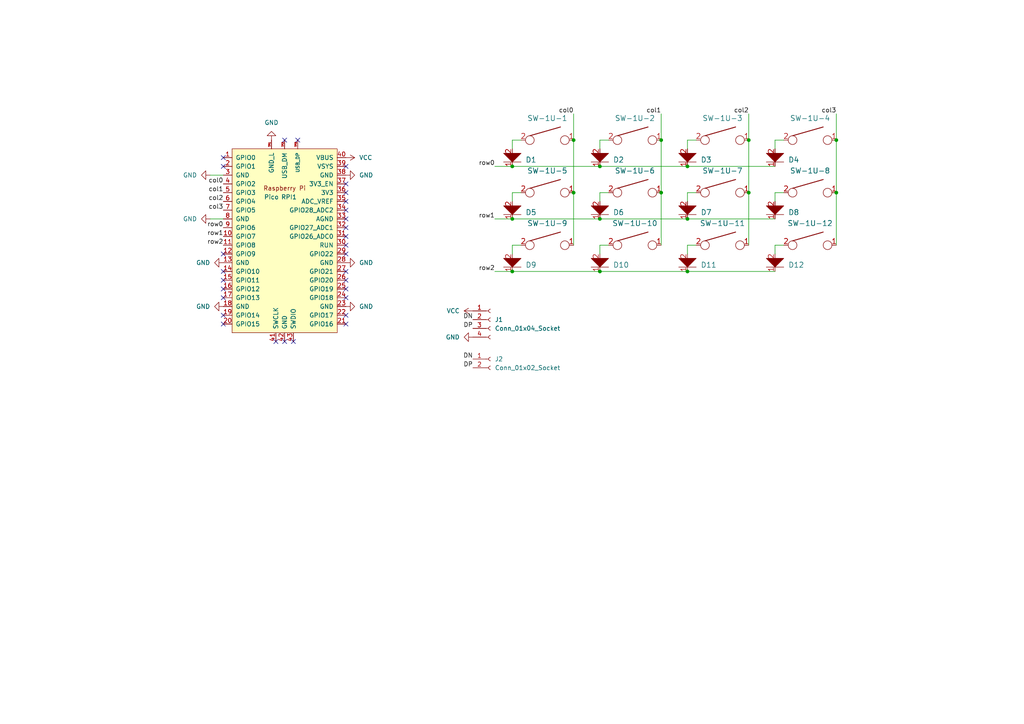
<source format=kicad_sch>
(kicad_sch (version 20230121) (generator eeschema)
  (paper "A4")
  (lib_symbols
    (symbol "Connector:Conn_01x02_Socket" (pin_names (offset 1.016) hide)
      (property "Reference" "J" (at 0 2.54 0))
      (property "Value" "Conn_01x02_Socket" (at 0 -5.08 0))
      (symbol "Conn_01x02_Socket_1_1"
        (arc (start 0 -2.032) (mid -0.5058 -2.54) (end 0 -3.048) (stroke (width 0.1524)))
        (polyline (pts (xy -1.27 -2.54) (xy -0.508 -2.54)) (stroke (width 0.1524)))
        (polyline (pts (xy -1.27 0) (xy -0.508 0)) (stroke (width 0.1524)))
        (arc (start 0 0.508) (mid -0.5058 0) (end 0 -0.508) (stroke (width 0.1524)))
        (pin passive line (at -5.08 0 0) (length 3.81) (name "Pin_1") (number "1"))
        (pin passive line (at -5.08 -2.54 0) (length 3.81) (name "Pin_2") (number "2"))
      )
    )
    (symbol "Connector:Conn_01x04_Socket" (pin_names (offset 1.016) hide)
      (property "Reference" "J" (at 0 5.08 0))
      (property "Value" "Conn_01x04_Socket" (at 0 -7.62 0))
      (symbol "Conn_01x04_Socket_1_1"
        (arc (start 0 -4.572) (mid -0.5058 -5.08) (end 0 -5.588) (stroke (width 0.1524)))
        (arc (start 0 -2.032) (mid -0.5058 -2.54) (end 0 -3.048) (stroke (width 0.1524)))
        (polyline (pts (xy -1.27 -5.08) (xy -0.508 -5.08)) (stroke (width 0.1524)))
        (polyline (pts (xy -1.27 -2.54) (xy -0.508 -2.54)) (stroke (width 0.1524)))
        (polyline (pts (xy -1.27 0) (xy -0.508 0)) (stroke (width 0.1524)))
        (polyline (pts (xy -1.27 2.54) (xy -0.508 2.54)) (stroke (width 0.1524)))
        (arc (start 0 0.508) (mid -0.5058 0) (end 0 -0.508) (stroke (width 0.1524)))
        (arc (start 0 3.048) (mid -0.5058 2.54) (end 0 2.032) (stroke (width 0.1524)))
        (pin passive line (at -5.08 2.54 0) (length 3.81) (name "Pin_1") (number "1"))
        (pin passive line (at -5.08 0 0) (length 3.81) (name "Pin_2") (number "2"))
        (pin passive line (at -5.08 -2.54 0) (length 3.81) (name "Pin_3") (number "3"))
        (pin passive line (at -5.08 -5.08 0) (length 3.81) (name "Pin_4") (number "4"))
      )
    )
    (symbol "MCU_RaspberryPi_and_Boards:Pico" (pin_names (offset 1.016))
      (property "Reference" "U" (at -13.97 27.94 0))
      (property "Value" "MCU_RaspberryPi_and_Boards_Pico" (at 0 12.7 0))
      (symbol "Pico_0_0"
        (text "Raspberry Pi" (at 0 15.24 0) (effects (font (size 1.27 1.27))))
      )
      (symbol "Pico_0_1"
        (rectangle (start -15.24 26.67) (end 15.24 -26.67) (fill (type background)))
      )
      (symbol "Pico_1_1"
        (pin bidirectional line (at -17.78 24.13 0) (length 2.54) (name "GPIO0") (number "1"))
        (pin bidirectional line (at -17.78 1.27 0) (length 2.54) (name "GPIO7") (number "10"))
        (pin bidirectional line (at -17.78 -1.27 0) (length 2.54) (name "GPIO8") (number "11"))
        (pin bidirectional line (at -17.78 -3.81 0) (length 2.54) (name "GPIO9") (number "12"))
        (pin power_in line (at -17.78 -6.35 0) (length 2.54) (name "GND") (number "13"))
        (pin bidirectional line (at -17.78 -8.89 0) (length 2.54) (name "GPIO10") (number "14"))
        (pin bidirectional line (at -17.78 -11.43 0) (length 2.54) (name "GPIO11") (number "15"))
        (pin bidirectional line (at -17.78 -13.97 0) (length 2.54) (name "GPIO12") (number "16"))
        (pin bidirectional line (at -17.78 -16.51 0) (length 2.54) (name "GPIO13") (number "17"))
        (pin power_in line (at -17.78 -19.05 0) (length 2.54) (name "GND") (number "18"))
        (pin bidirectional line (at -17.78 -21.59 0) (length 2.54) (name "GPIO14") (number "19"))
        (pin bidirectional line (at -17.78 21.59 0) (length 2.54) (name "GPIO1") (number "2"))
        (pin bidirectional line (at -17.78 -24.13 0) (length 2.54) (name "GPIO15") (number "20"))
        (pin bidirectional line (at 17.78 -24.13 180) (length 2.54) (name "GPIO16") (number "21"))
        (pin bidirectional line (at 17.78 -21.59 180) (length 2.54) (name "GPIO17") (number "22"))
        (pin power_in line (at 17.78 -19.05 180) (length 2.54) (name "GND") (number "23"))
        (pin bidirectional line (at 17.78 -16.51 180) (length 2.54) (name "GPIO18") (number "24"))
        (pin bidirectional line (at 17.78 -13.97 180) (length 2.54) (name "GPIO19") (number "25"))
        (pin bidirectional line (at 17.78 -11.43 180) (length 2.54) (name "GPIO20") (number "26"))
        (pin bidirectional line (at 17.78 -8.89 180) (length 2.54) (name "GPIO21") (number "27"))
        (pin power_in line (at 17.78 -6.35 180) (length 2.54) (name "GND") (number "28"))
        (pin bidirectional line (at 17.78 -3.81 180) (length 2.54) (name "GPIO22") (number "29"))
        (pin power_in line (at -17.78 19.05 0) (length 2.54) (name "GND") (number "3"))
        (pin input line (at 17.78 -1.27 180) (length 2.54) (name "RUN") (number "30"))
        (pin bidirectional line (at 17.78 1.27 180) (length 2.54) (name "GPIO26_ADC0") (number "31"))
        (pin bidirectional line (at 17.78 3.81 180) (length 2.54) (name "GPIO27_ADC1") (number "32"))
        (pin power_in line (at 17.78 6.35 180) (length 2.54) (name "AGND") (number "33"))
        (pin bidirectional line (at 17.78 8.89 180) (length 2.54) (name "GPIO28_ADC2") (number "34"))
        (pin unspecified line (at 17.78 11.43 180) (length 2.54) (name "ADC_VREF") (number "35"))
        (pin unspecified line (at 17.78 13.97 180) (length 2.54) (name "3V3") (number "36"))
        (pin input line (at 17.78 16.51 180) (length 2.54) (name "3V3_EN") (number "37"))
        (pin bidirectional line (at 17.78 19.05 180) (length 2.54) (name "GND") (number "38"))
        (pin unspecified line (at 17.78 21.59 180) (length 2.54) (name "VSYS") (number "39"))
        (pin bidirectional line (at -17.78 16.51 0) (length 2.54) (name "GPIO2") (number "4"))
        (pin unspecified line (at 17.78 24.13 180) (length 2.54) (name "VBUS") (number "40"))
        (pin input line (at -2.54 -29.21 90) (length 2.54) (name "SWCLK") (number "41"))
        (pin power_in line (at 0 -29.21 90) (length 2.54) (name "GND") (number "42"))
        (pin bidirectional line (at 2.54 -29.21 90) (length 2.54) (name "SWDIO") (number "43"))
        (pin bidirectional line (at -17.78 13.97 0) (length 2.54) (name "GPIO3") (number "5"))
        (pin bidirectional line (at -17.78 11.43 0) (length 2.54) (name "GPIO4") (number "6"))
        (pin bidirectional line (at -17.78 8.89 0) (length 2.54) (name "GPIO5") (number "7"))
        (pin power_in line (at -17.78 6.35 0) (length 2.54) (name "GND") (number "8"))
        (pin bidirectional line (at -17.78 3.81 0) (length 2.54) (name "GPIO6") (number "9"))
        (pin bidirectional line (at -3.81 29.21 270) (length 2.54) (name "GND_L") (number "TP1"))
        (pin bidirectional line (at 0 29.21 270) (length 2.54) (name "USB_DM") (number "TP2"))
        (pin bidirectional line (at 3.81 29.21 270) (length 2.54) (name "USB_DP") (number "TP3"))
      )
    )
    (symbol "keyboard_parts:D" (pin_names (offset 1.016))
      (property "Reference" "D" (at -3.81 -1.27 90))
      (symbol "D_0_1"
        (polyline (pts (xy -2.54 0) (xy 2.54 0)))
        (polyline (pts (xy 0 0) (xy -2.54 -2.54) (xy 2.54 -2.54) (xy 0 0)) (fill (type outline)))
      )
      (symbol "D_1_1"
        (pin passive line (at 0 1.27 270) (length 1.27) (name "~") (number "1"))
        (pin passive line (at 0 -3.81 90) (length 1.27) (name "~") (number "2"))
      )
    )
    (symbol "keyboard_parts:KEYSW" (pin_names (offset 1.016))
      (property "Reference" "K?" (at -1.27 0 0))
      (symbol "KEYSW_0_1"
        (circle (center -5.08 0) (radius 1.27))
        (polyline (pts (xy -5.08 1.27) (xy 3.81 3.81)) (stroke (width 0.254)))
        (circle (center 5.08 0) (radius 1.27))
      )
      (symbol "KEYSW_1_1"
        (pin passive line (at 7.62 0 180) (length 1.27) (name "~") (number "1"))
        (pin passive line (at -7.62 0 0) (length 1.27) (name "~") (number "2"))
      )
    )
    (symbol "power:GND" (power) (pin_names (offset 0))
      (property "Value" "GND" (at 0 -3.81 0))
      (symbol "GND_0_1"
        (polyline (pts (xy 0 0) (xy 0 -1.27) (xy 1.27 -1.27) (xy 0 -2.54) (xy -1.27 -1.27) (xy 0 -1.27)))
      )
      (symbol "GND_1_1"
        (pin power_in line (at 0 0 270) (length 0) hide (name "GND") (number "1"))
      )
    )
    (symbol "power:VCC" (power) (pin_names (offset 0))
      (property "Value" "VCC" (at 0 3.81 0))
      (symbol "VCC_0_1"
        (polyline (pts (xy -0.762 1.27) (xy 0 2.54)))
        (polyline (pts (xy 0 0) (xy 0 2.54)))
        (polyline (pts (xy 0 2.54) (xy 0.762 1.27)))
      )
      (symbol "VCC_1_1"
        (pin power_in line (at 0 0 90) (length 0) hide (name "VCC") (number "1"))
      )
    )
  )
  (junction (at 242.57 55.88))
  (junction (at 148.59 48.26))
  (junction (at 199.39 48.26))
  (junction (at 199.39 78.74))
  (junction (at 166.37 55.88))
  (junction (at 173.99 48.26))
  (junction (at 191.77 40.64))
  (junction (at 173.99 63.5))
  (junction (at 199.39 63.5))
  (junction (at 191.77 55.88))
  (junction (at 148.59 63.5))
  (junction (at 173.99 78.74))
  (junction (at 166.37 40.64))
  (junction (at 217.17 40.64))
  (junction (at 148.59 78.74))
  (junction (at 242.57 40.64))
  (junction (at 217.17 55.88))
  (no_connect (at 100.33 81.28))
  (no_connect (at 100.33 68.58))
  (no_connect (at 85.09 99.06))
  (no_connect (at 100.33 58.42))
  (no_connect (at 100.33 86.36))
  (no_connect (at 100.33 48.26))
  (no_connect (at 100.33 73.66))
  (no_connect (at 100.33 71.12))
  (no_connect (at 100.33 66.04))
  (no_connect (at 82.55 99.06))
  (no_connect (at 64.77 83.82))
  (no_connect (at 100.33 78.74))
  (no_connect (at 100.33 53.34))
  (no_connect (at 100.33 60.96))
  (no_connect (at 100.33 55.88))
  (no_connect (at 64.77 86.36))
  (no_connect (at 64.77 73.66))
  (no_connect (at 100.33 63.5))
  (no_connect (at 64.77 45.72))
  (no_connect (at 80.01 99.06))
  (no_connect (at 64.77 48.26))
  (no_connect (at 100.33 83.82))
  (no_connect (at 100.33 91.44))
  (no_connect (at 64.77 93.98))
  (no_connect (at 64.77 81.28))
  (no_connect (at 64.77 78.74))
  (no_connect (at 64.77 91.44))
  (no_connect (at 86.36 40.64))
  (no_connect (at 100.33 93.98))
  (no_connect (at 82.55 40.64))
  (wire (pts (xy 242.57 33.02) (xy 242.57 40.64)))
  (wire (pts (xy 173.99 71.12) (xy 176.53 71.12)))
  (wire (pts (xy 224.79 55.88) (xy 224.79 58.42)))
  (wire (pts (xy 173.99 63.5) (xy 199.39 63.5)))
  (wire (pts (xy 166.37 55.88) (xy 166.37 71.12)))
  (wire (pts (xy 166.37 33.02) (xy 166.37 40.64)))
  (wire (pts (xy 143.51 78.74) (xy 148.59 78.74)))
  (wire (pts (xy 199.39 63.5) (xy 224.79 63.5)))
  (wire (pts (xy 191.77 40.64) (xy 191.77 55.88)))
  (wire (pts (xy 173.99 55.88) (xy 176.53 55.88)))
  (wire (pts (xy 173.99 78.74) (xy 199.39 78.74)))
  (wire (pts (xy 148.59 73.66) (xy 148.59 71.12)))
  (wire (pts (xy 199.39 78.74) (xy 224.79 78.74)))
  (wire (pts (xy 148.59 63.5) (xy 173.99 63.5)))
  (wire (pts (xy 224.79 40.64) (xy 224.79 43.18)))
  (wire (pts (xy 191.77 33.02) (xy 191.77 40.64)))
  (wire (pts (xy 217.17 55.88) (xy 217.17 71.12)))
  (wire (pts (xy 148.59 71.12) (xy 151.13 71.12)))
  (wire (pts (xy 217.17 40.64) (xy 217.17 55.88)))
  (wire (pts (xy 148.59 55.88) (xy 151.13 55.88)))
  (wire (pts (xy 60.96 50.8) (xy 64.77 50.8)))
  (wire (pts (xy 224.79 71.12) (xy 224.79 73.66)))
  (wire (pts (xy 148.59 40.64) (xy 148.59 43.18)))
  (wire (pts (xy 148.59 58.42) (xy 148.59 55.88)))
  (wire (pts (xy 199.39 55.88) (xy 201.93 55.88)))
  (wire (pts (xy 242.57 55.88) (xy 242.57 71.12)))
  (wire (pts (xy 199.39 58.42) (xy 199.39 55.88)))
  (wire (pts (xy 148.59 78.74) (xy 173.99 78.74)))
  (wire (pts (xy 227.33 40.64) (xy 224.79 40.64)))
  (wire (pts (xy 199.39 48.26) (xy 224.79 48.26)))
  (wire (pts (xy 199.39 71.12) (xy 201.93 71.12)))
  (wire (pts (xy 199.39 73.66) (xy 199.39 71.12)))
  (wire (pts (xy 148.59 48.26) (xy 173.99 48.26)))
  (wire (pts (xy 173.99 48.26) (xy 199.39 48.26)))
  (wire (pts (xy 199.39 43.18) (xy 199.39 40.64)))
  (wire (pts (xy 173.99 58.42) (xy 173.99 55.88)))
  (wire (pts (xy 60.96 63.5) (xy 64.77 63.5)))
  (wire (pts (xy 191.77 55.88) (xy 191.77 71.12)))
  (wire (pts (xy 151.13 40.64) (xy 148.59 40.64)))
  (wire (pts (xy 143.51 48.26) (xy 148.59 48.26)))
  (wire (pts (xy 227.33 55.88) (xy 224.79 55.88)))
  (wire (pts (xy 217.17 33.02) (xy 217.17 40.64)))
  (wire (pts (xy 143.51 63.5) (xy 148.59 63.5)))
  (wire (pts (xy 173.99 43.18) (xy 173.99 40.64)))
  (wire (pts (xy 242.57 40.64) (xy 242.57 55.88)))
  (wire (pts (xy 166.37 40.64) (xy 166.37 55.88)))
  (wire (pts (xy 173.99 40.64) (xy 176.53 40.64)))
  (wire (pts (xy 173.99 73.66) (xy 173.99 71.12)))
  (wire (pts (xy 199.39 40.64) (xy 201.93 40.64)))
  (wire (pts (xy 227.33 71.12) (xy 224.79 71.12)))
  (label "col3" (at 242.57 33.02 180))
  (label "DN" (at 137.16 104.14 180))
  (label "col1" (at 191.77 33.02 180))
  (label "DP" (at 137.16 95.25 180))
  (label "col3" (at 64.77 60.96 180))
  (label "col2" (at 217.17 33.02 180))
  (label "col1" (at 64.77 55.88 180))
  (label "DN" (at 137.16 92.71 180))
  (label "col0" (at 166.37 33.02 180))
  (label "col2" (at 64.77 58.42 180))
  (label "row0" (at 64.77 66.04 180))
  (label "row1" (at 143.51 63.5 180))
  (label "DP" (at 137.16 106.68 180))
  (label "row1" (at 64.77 68.58 180))
  (label "row2" (at 64.77 71.12 180))
  (label "col0" (at 64.77 53.34 180))
  (label "row2" (at 143.51 78.74 180))
  (label "row0" (at 143.51 48.26 180))
  (symbol (lib_id "power:GND") (at 64.77 76.2 270) (unit 1)
    (property "Reference" "#PWR03" (effects hide))
    (property "Value" "GND" (at 60.96 76.2 90) (effects (justify right)))
  )
  (symbol (lib_id "keyboard_parts:KEYSW") (at 158.75 71.12 0) (unit 1)
    (property "Reference" "SW-1U-9" (at 158.75 64.77 0) (effects (font (size 1.524 1.524))))
    (property "Value" "KEYSW" (effects hide))
    (property "Footprint" "MX_Only:MXOnly-1U-NoLED" (effects hide))
  )
  (symbol (lib_id "keyboard_parts:D") (at 199.39 46.99 180) (unit 1)
    (property "Reference" "D3" (at 203.2 46.355 0) (effects (font (size 1.524 1.524)) (justify right)))
    (property "Value" "D" (effects hide))
    (property "Footprint" "cftkb:D_DO-35_SOD27_P5.08mm_Horizontal" (effects hide))
  )
  (symbol (lib_id "keyboard_parts:D") (at 148.59 77.47 180) (unit 1)
    (property "Reference" "D9" (at 152.4 76.835 0) (effects (font (size 1.524 1.524)) (justify right)))
    (property "Value" "D" (effects hide))
    (property "Footprint" "cftkb:D_DO-35_SOD27_P5.08mm_Horizontal" (effects hide))
  )
  (symbol (lib_id "keyboard_parts:D") (at 173.99 46.99 180) (unit 1)
    (property "Reference" "D2" (at 177.8 46.355 0) (effects (font (size 1.524 1.524)) (justify right)))
    (property "Value" "D" (effects hide))
    (property "Footprint" "cftkb:D_DO-35_SOD27_P5.08mm_Horizontal" (effects hide))
  )
  (symbol (lib_id "keyboard_parts:KEYSW") (at 158.75 40.64 0) (unit 1)
    (property "Reference" "SW-1U-1" (at 158.75 34.29 0) (effects (font (size 1.524 1.524))))
    (property "Value" "KEYSW" (effects hide))
    (property "Footprint" "MX_Only:MXOnly-1U-NoLED" (effects hide))
  )
  (symbol (lib_id "power:GND") (at 137.16 97.79 270) (unit 1)
    (property "Reference" "#PWR09" (effects hide))
    (property "Value" "GND" (at 133.35 97.79 90) (effects (justify right)))
  )
  (symbol (lib_id "power:VCC") (at 137.16 90.17 90) (unit 1)
    (property "Reference" "#PWR011" (effects hide))
    (property "Value" "VCC" (at 133.35 90.17 90) (effects (justify left)))
  )
  (symbol (lib_id "keyboard_parts:KEYSW") (at 184.15 55.88 0) (unit 1)
    (property "Reference" "SW-1U-6" (at 184.15 49.53 0) (effects (font (size 1.524 1.524))))
    (property "Value" "KEYSW" (effects hide))
    (property "Footprint" "MX_Only:MXOnly-1U-NoLED" (effects hide))
  )
  (symbol (lib_id "keyboard_parts:KEYSW") (at 209.55 40.64 0) (unit 1)
    (property "Reference" "SW-1U-3" (at 209.55 34.29 0) (effects (font (size 1.524 1.524))))
    (property "Value" "KEYSW" (effects hide))
    (property "Footprint" "MX_Only:MXOnly-1U-NoLED" (effects hide))
  )
  (symbol (lib_id "keyboard_parts:D") (at 148.59 62.23 180) (unit 1)
    (property "Reference" "D5" (at 152.4 61.595 0) (effects (font (size 1.524 1.524)) (justify right)))
    (property "Value" "D" (effects hide))
    (property "Footprint" "cftkb:D_DO-35_SOD27_P5.08mm_Horizontal" (effects hide))
  )
  (symbol (lib_id "keyboard_parts:KEYSW") (at 234.95 40.64 0) (unit 1)
    (property "Reference" "SW-1U-4" (at 234.95 34.29 0) (effects (font (size 1.524 1.524))))
    (property "Value" "KEYSW" (effects hide))
    (property "Footprint" "MX_Only:MXOnly-1U-NoLED" (effects hide))
  )
  (symbol (lib_id "power:GND") (at 78.74 40.64 180) (unit 1)
    (property "Reference" "#PWR08" (effects hide))
    (property "Value" "GND" (at 78.74 35.56 0))
  )
  (symbol (lib_id "keyboard_parts:D") (at 199.39 62.23 180) (unit 1)
    (property "Reference" "D7" (at 203.2 61.595 0) (effects (font (size 1.524 1.524)) (justify right)))
    (property "Value" "D" (effects hide))
    (property "Footprint" "cftkb:D_DO-35_SOD27_P5.08mm_Horizontal" (effects hide))
  )
  (symbol (lib_id "keyboard_parts:KEYSW") (at 184.15 40.64 0) (unit 1)
    (property "Reference" "SW-1U-2" (at 184.15 34.29 0) (effects (font (size 1.524 1.524))))
    (property "Value" "KEYSW" (effects hide))
    (property "Footprint" "MX_Only:MXOnly-1U-NoLED" (effects hide))
  )
  (symbol (lib_id "keyboard_parts:KEYSW") (at 158.75 55.88 0) (unit 1)
    (property "Reference" "SW-1U-5" (at 158.75 49.53 0) (effects (font (size 1.524 1.524))))
    (property "Value" "KEYSW" (effects hide))
    (property "Footprint" "MX_Only:MXOnly-1U-NoLED" (effects hide))
  )
  (symbol (lib_id "keyboard_parts:D") (at 224.79 46.99 180) (unit 1)
    (property "Reference" "D4" (at 228.6 46.355 0) (effects (font (size 1.524 1.524)) (justify right)))
    (property "Value" "D" (effects hide))
    (property "Footprint" "cftkb:D_DO-35_SOD27_P5.08mm_Horizontal" (effects hide))
  )
  (symbol (lib_id "power:VCC") (at 100.33 45.72 270) (unit 1)
    (property "Reference" "#PWR010" (effects hide))
    (property "Value" "VCC" (at 104.14 45.72 90) (effects (justify left)))
  )
  (symbol (lib_id "power:GND") (at 60.96 50.8 270) (unit 1)
    (property "Reference" "#PWR01" (effects hide))
    (property "Value" "GND" (at 57.15 50.8 90) (effects (justify right)))
  )
  (symbol (lib_id "keyboard_parts:KEYSW") (at 184.15 71.12 0) (unit 1)
    (property "Reference" "SW-1U-10" (at 184.15 64.77 0) (effects (font (size 1.524 1.524))))
    (property "Value" "KEYSW" (effects hide))
    (property "Footprint" "MX_Only:MXOnly-1U-NoLED" (effects hide))
  )
  (symbol (lib_id "power:GND") (at 100.33 50.8 90) (unit 1)
    (property "Reference" "#PWR07" (effects hide))
    (property "Value" "GND" (at 104.14 50.8 90) (effects (justify right)))
  )
  (symbol (lib_id "power:GND") (at 60.96 63.5 270) (unit 1)
    (property "Reference" "#PWR02" (effects hide))
    (property "Value" "GND" (at 57.15 63.5 90) (effects (justify right)))
  )
  (symbol (lib_id "Connector:Conn_01x04_Socket") (at 142.24 92.71 0) (unit 1)
    (property "Reference" "J1" (at 143.51 92.71 0) (effects (justify left)))
    (property "Value" "Conn_01x04_Socket" (at 143.51 95.25 0) (effects (justify left)))
    (property "Footprint" "Connector_JST:JST_PH_B4B-PH-K_1x04_P2.00mm_Vertical" (effects hide))
  )
  (symbol (lib_id "keyboard_parts:D") (at 173.99 77.47 180) (unit 1)
    (property "Reference" "D10" (at 177.8 76.835 0) (effects (font (size 1.524 1.524)) (justify right)))
    (property "Value" "D" (effects hide))
    (property "Footprint" "cftkb:D_DO-35_SOD27_P5.08mm_Horizontal" (effects hide))
  )
  (symbol (lib_id "MCU_RaspberryPi_and_Boards:Pico") (at 82.55 69.85 0) (unit 1)
    (property "Reference" "RPI1" (at 83.82 57.15 0))
    (property "Value" "Pico" (at 78.74 57.15 0))
    (property "Footprint" "eec:RPi_Pico_SMD_TH" (effects hide))
  )
  (symbol (lib_id "keyboard_parts:D") (at 224.79 77.47 180) (unit 1)
    (property "Reference" "D12" (at 228.6 76.835 0) (effects (font (size 1.524 1.524)) (justify right)))
    (property "Value" "D" (effects hide))
    (property "Footprint" "cftkb:D_DO-35_SOD27_P5.08mm_Horizontal" (effects hide))
  )
  (symbol (lib_id "keyboard_parts:KEYSW") (at 234.95 71.12 0) (unit 1)
    (property "Reference" "SW-1U-12" (at 234.95 64.77 0) (effects (font (size 1.524 1.524))))
    (property "Value" "KEYSW" (effects hide))
    (property "Footprint" "MX_Only:MXOnly-1U-NoLED" (effects hide))
  )
  (symbol (lib_id "power:GND") (at 100.33 76.2 90) (unit 1)
    (property "Reference" "#PWR06" (effects hide))
    (property "Value" "GND" (at 104.14 76.2 90) (effects (justify right)))
  )
  (symbol (lib_id "keyboard_parts:KEYSW") (at 209.55 55.88 0) (unit 1)
    (property "Reference" "SW-1U-7" (at 209.55 49.53 0) (effects (font (size 1.524 1.524))))
    (property "Value" "KEYSW" (effects hide))
    (property "Footprint" "MX_Only:MXOnly-1U-NoLED" (effects hide))
  )
  (symbol (lib_id "keyboard_parts:KEYSW") (at 209.55 71.12 0) (unit 1)
    (property "Reference" "SW-1U-11" (at 209.55 64.77 0) (effects (font (size 1.524 1.524))))
    (property "Value" "KEYSW" (effects hide))
    (property "Footprint" "MX_Only:MXOnly-1U-NoLED" (effects hide))
  )
  (symbol (lib_id "keyboard_parts:D") (at 148.59 46.99 180) (unit 1)
    (property "Reference" "D1" (at 152.4 46.355 0) (effects (font (size 1.524 1.524)) (justify right)))
    (property "Value" "D" (effects hide))
    (property "Footprint" "cftkb:D_DO-35_SOD27_P5.08mm_Horizontal" (effects hide))
  )
  (symbol (lib_id "Connector:Conn_01x02_Socket") (at 142.24 104.14 0) (unit 1)
    (property "Reference" "J2" (at 143.51 104.14 0) (effects (justify left)))
    (property "Value" "Conn_01x02_Socket" (at 143.51 106.68 0) (effects (justify left)))
    (property "Footprint" "Connector_JST:JST_PH_B2B-PH-K_1x02_P2.00mm_Vertical" (effects hide))
  )
  (symbol (lib_id "keyboard_parts:D") (at 224.79 62.23 180) (unit 1)
    (property "Reference" "D8" (at 228.6 61.595 0) (effects (font (size 1.524 1.524)) (justify right)))
    (property "Value" "D" (effects hide))
    (property "Footprint" "cftkb:D_DO-35_SOD27_P5.08mm_Horizontal" (effects hide))
  )
  (symbol (lib_id "keyboard_parts:D") (at 199.39 77.47 180) (unit 1)
    (property "Reference" "D11" (at 203.2 76.835 0) (effects (font (size 1.524 1.524)) (justify right)))
    (property "Value" "D" (effects hide))
    (property "Footprint" "cftkb:D_DO-35_SOD27_P5.08mm_Horizontal" (effects hide))
  )
  (symbol (lib_id "power:GND") (at 100.33 88.9 90) (unit 1)
    (property "Reference" "#PWR05" (effects hide))
    (property "Value" "GND" (at 104.14 88.9 90) (effects (justify right)))
  )
  (symbol (lib_id "power:GND") (at 64.77 88.9 270) (unit 1)
    (property "Reference" "#PWR04" (effects hide))
    (property "Value" "GND" (at 60.96 88.9 90) (effects (justify right)))
  )
  (symbol (lib_id "keyboard_parts:KEYSW") (at 234.95 55.88 0) (unit 1)
    (property "Reference" "SW-1U-8" (at 234.95 49.53 0) (effects (font (size 1.524 1.524))))
    (property "Value" "KEYSW" (effects hide))
    (property "Footprint" "MX_Only:MXOnly-1U-NoLED" (effects hide))
  )
  (symbol (lib_id "keyboard_parts:D") (at 173.99 62.23 180) (unit 1)
    (property "Reference" "D6" (at 177.8 61.595 0) (effects (font (size 1.524 1.524)) (justify right)))
    (property "Value" "D" (effects hide))
    (property "Footprint" "cftkb:D_DO-35_SOD27_P5.08mm_Horizontal" (effects hide))
  )
)
</source>
